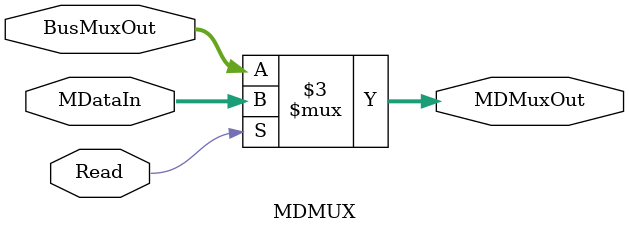
<source format=v>
`timescale 1ns/10ps
module MDMUX (
	output reg [31:0] MDMuxOut,
	input wire[31:0] BusMuxOut,
	input wire[31:0] MDataIn,
	input wire Read
);

	always@(*) begin
		if(Read) begin
			MDMuxOut[31:0] = MDataIn[31:0];
		end
		else begin
			MDMuxOut[31:0] = BusMuxOut[31:0];
		end
	end
endmodule
//`timescale 1ns/10ps
//module MDR(
//	input [31:0] inputD,
//	output reg [31:0] outputQ,
//	input Clock,
//	input write_enable,
//	input Clear
//);
//
//	initial outputQ = 0;
//	
//	always@(posedge Clock) 
//	begin
//		if (Clear) begin
//			outputQ[31:0] <= 32'b0;
//		end
//		else if (write_enable) begin
//			outputQ = inputD;
//		end 
//	end
//
////input [31:0] inputD;
////output [31:0] outputQ;
//
//endmodule




</source>
